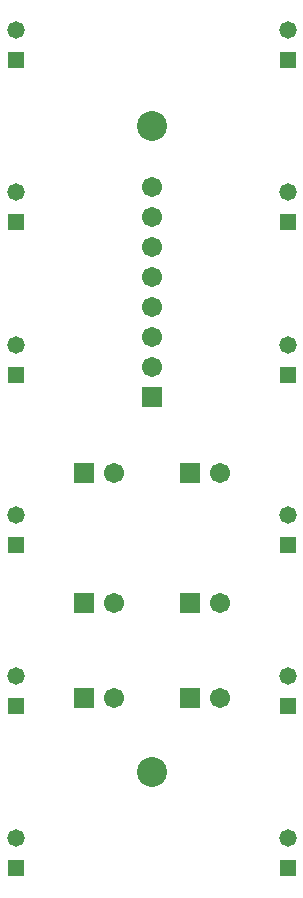
<source format=gbr>
G04 DipTrace 2.4.0.2*
%INTopMask.gbr*%
%MOIN*%
%ADD20C,0.1*%
%ADD26R,0.058X0.058*%
%ADD28C,0.058*%
%ADD30C,0.0671*%
%ADD32R,0.0671X0.0671*%
%FSLAX44Y44*%
G04*
G70*
G90*
G75*
G01*
%LNTopMask*%
%LPD*%
D32*
X11161Y21588D3*
D30*
Y22588D3*
Y23588D3*
Y24588D3*
Y25588D3*
Y26588D3*
Y27588D3*
Y28588D3*
D28*
X6634Y33813D3*
D26*
Y32813D3*
D28*
X15689Y33813D3*
D26*
Y32813D3*
D28*
X6634Y28427D3*
D26*
Y27427D3*
D28*
X15689Y28427D3*
D26*
Y27427D3*
D28*
X6634Y23301D3*
D26*
Y22301D3*
D28*
X15689Y23301D3*
D26*
Y22301D3*
D28*
X6634Y17655D3*
D26*
Y16655D3*
D28*
X15689Y17655D3*
D26*
Y16655D3*
D28*
X6634Y12269D3*
D26*
Y11269D3*
D28*
X15689Y12269D3*
D26*
Y11269D3*
D28*
X6634Y6884D3*
D26*
Y5884D3*
D28*
X15689Y6884D3*
D26*
Y5884D3*
D32*
X8889Y19033D3*
D30*
X9889D3*
D32*
X12433D3*
D30*
X13433D3*
D32*
X8889Y14703D3*
D30*
X9889D3*
D32*
X12433D3*
D30*
X13433D3*
D32*
X8889Y11553D3*
D30*
X9889D3*
D32*
X12433D3*
D30*
X13433D3*
D20*
X11161Y30620D3*
Y9077D3*
M02*

</source>
